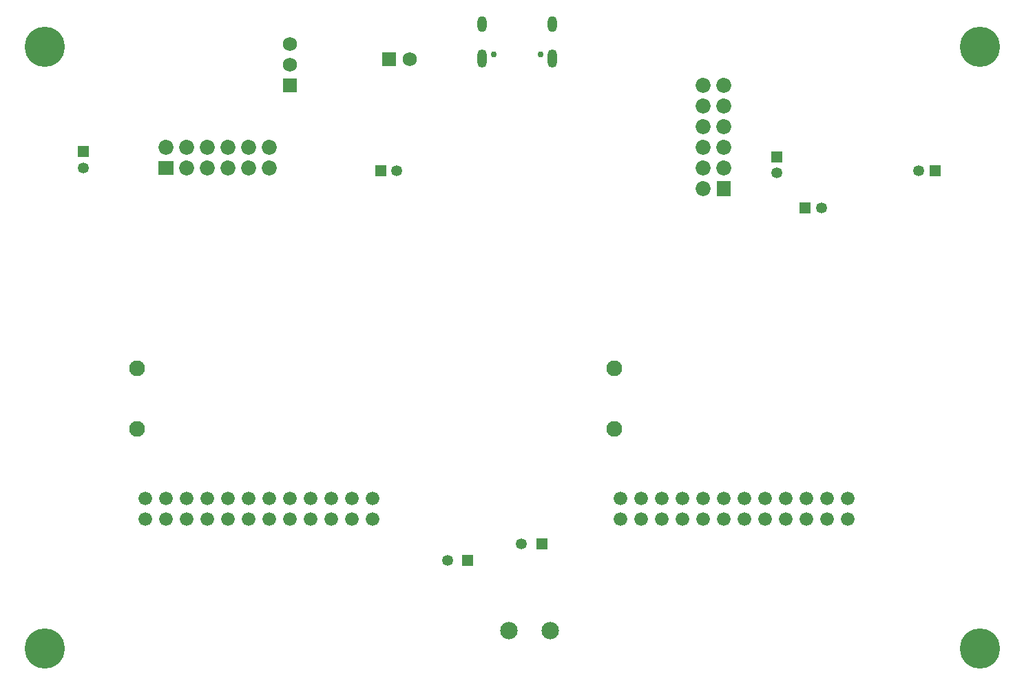
<source format=gbs>
G04*
G04 #@! TF.GenerationSoftware,Altium Limited,Altium Designer,24.8.2 (39)*
G04*
G04 Layer_Color=16711935*
%FSLAX25Y25*%
%MOIN*%
G70*
G04*
G04 #@! TF.SameCoordinates,8134F229-52BB-4174-A8A1-A21A1ADD1C6F*
G04*
G04*
G04 #@! TF.FilePolarity,Negative*
G04*
G01*
G75*
%ADD85R,0.06890X0.06890*%
%ADD86C,0.06890*%
%ADD87R,0.05315X0.05315*%
%ADD88C,0.05315*%
%ADD89R,0.05315X0.05315*%
%ADD90C,0.19488*%
%ADD91C,0.07677*%
%ADD92O,0.04528X0.08858*%
%ADD93C,0.02953*%
%ADD94O,0.04528X0.07677*%
%ADD95R,0.06890X0.06890*%
%ADD96C,0.08465*%
%ADD97C,0.06591*%
%ADD98R,0.07284X0.06890*%
%ADD99C,0.07284*%
%ADD100R,0.06890X0.07284*%
D85*
X186400Y305100D02*
D03*
D86*
X196400D02*
D03*
X138583Y302520D02*
D03*
Y312520D02*
D03*
D87*
X374200Y257874D02*
D03*
X38583Y260394D02*
D03*
D88*
X374200Y250000D02*
D03*
X395737Y233200D02*
D03*
X190274Y251000D02*
D03*
X442963Y251200D02*
D03*
X214740Y62520D02*
D03*
X38583Y252520D02*
D03*
X250583Y70520D02*
D03*
D89*
X387863Y233200D02*
D03*
X182400Y251000D02*
D03*
X450837Y251200D02*
D03*
X224583Y62520D02*
D03*
X260425Y70520D02*
D03*
D90*
X472441Y311024D02*
D03*
Y19685D02*
D03*
X19685D02*
D03*
Y311024D02*
D03*
D91*
X64583Y125992D02*
D03*
Y155520D02*
D03*
X295583Y125992D02*
D03*
Y155520D02*
D03*
D92*
X231575Y305423D02*
D03*
X265591D02*
D03*
D93*
X237205Y307392D02*
D03*
X259961D02*
D03*
D94*
X231575Y321880D02*
D03*
X265591D02*
D03*
D95*
X138583Y292520D02*
D03*
D96*
X244583Y28520D02*
D03*
X264583D02*
D03*
D97*
X68583Y82520D02*
D03*
X88583D02*
D03*
X98583D02*
D03*
X108583D02*
D03*
X78583D02*
D03*
X68583Y92520D02*
D03*
X78583D02*
D03*
X108583D02*
D03*
X98583D02*
D03*
X88583D02*
D03*
X128583Y82520D02*
D03*
X118583D02*
D03*
X158583D02*
D03*
X138583D02*
D03*
X148583D02*
D03*
X178583D02*
D03*
X168583D02*
D03*
X118583Y92520D02*
D03*
X138583D02*
D03*
X128583D02*
D03*
X148583D02*
D03*
X178583D02*
D03*
X158583D02*
D03*
X168583D02*
D03*
X298583Y82520D02*
D03*
X318583D02*
D03*
X328583D02*
D03*
X338583D02*
D03*
X308583D02*
D03*
X298583Y92520D02*
D03*
X308583D02*
D03*
X338583D02*
D03*
X328583D02*
D03*
X318583D02*
D03*
X358583Y82520D02*
D03*
X348583D02*
D03*
X388583D02*
D03*
X368583D02*
D03*
X378583D02*
D03*
X408583D02*
D03*
X398583D02*
D03*
X348583Y92520D02*
D03*
X368583D02*
D03*
X358583D02*
D03*
X378583D02*
D03*
X408583D02*
D03*
X388583D02*
D03*
X398583D02*
D03*
D98*
X78583Y252520D02*
D03*
D99*
Y262520D02*
D03*
X88583D02*
D03*
Y252520D02*
D03*
X98583D02*
D03*
X118583D02*
D03*
X108583D02*
D03*
X128583D02*
D03*
X98583Y262520D02*
D03*
X108583D02*
D03*
X128583D02*
D03*
X118583D02*
D03*
X338583Y242520D02*
D03*
Y292520D02*
D03*
Y282520D02*
D03*
Y272520D02*
D03*
Y252520D02*
D03*
Y262520D02*
D03*
X348583Y252520D02*
D03*
Y272520D02*
D03*
Y262520D02*
D03*
Y292520D02*
D03*
Y282520D02*
D03*
D100*
Y242520D02*
D03*
M02*

</source>
